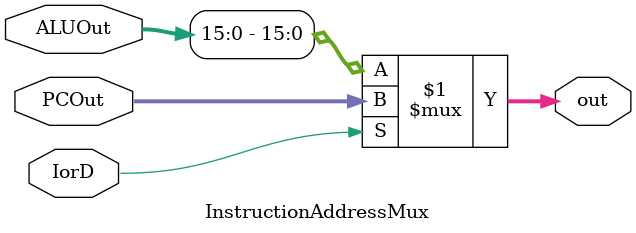
<source format=v>
`timescale 1ns / 1ps
module InstructionAddressMux(
	input[ADDR_WIDTH-1:0] PCOut,
	input[DATA_WIDTH-1:0] ALUOut,
	input	IorD,
	output[ADDR_WIDTH-1:0] out
    );
	parameter ADDR_WIDTH = 16;
	parameter DATA_WIDTH = 32;
	assign out = (IorD) ? PCOut : ALUOut[ADDR_WIDTH-1:0];

	
endmodule

</source>
